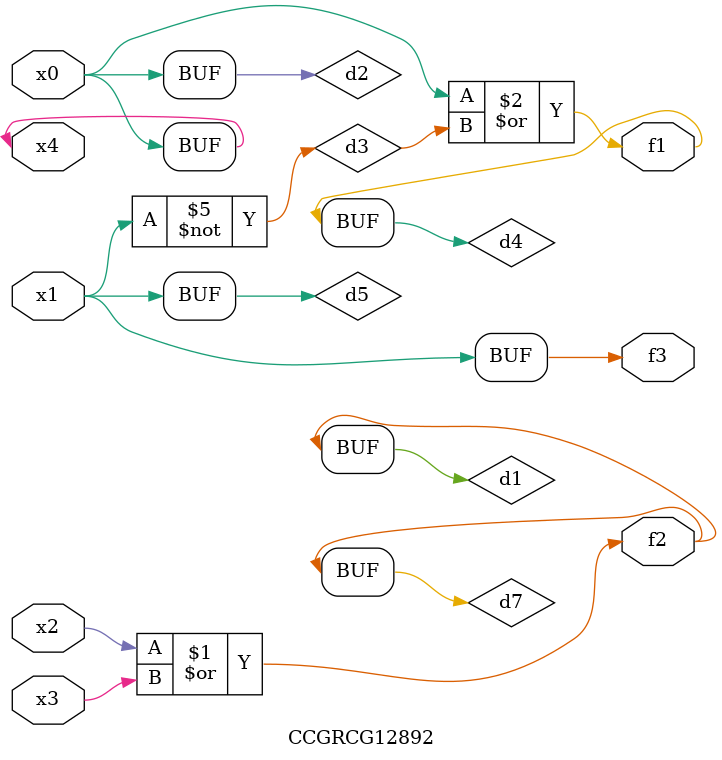
<source format=v>
module CCGRCG12892(
	input x0, x1, x2, x3, x4,
	output f1, f2, f3
);

	wire d1, d2, d3, d4, d5, d6, d7;

	or (d1, x2, x3);
	buf (d2, x0, x4);
	not (d3, x1);
	or (d4, d2, d3);
	not (d5, d3);
	nand (d6, d1, d3);
	or (d7, d1);
	assign f1 = d4;
	assign f2 = d7;
	assign f3 = d5;
endmodule

</source>
